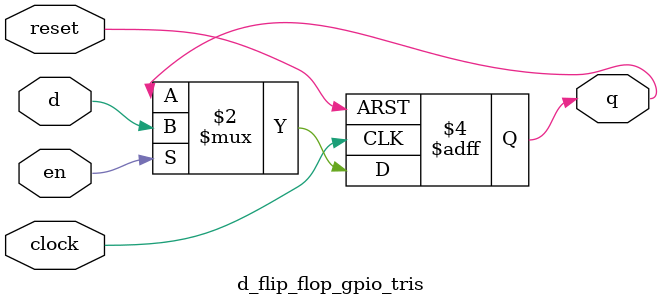
<source format=v>
module d_flip_flop_gpio_tris(
	input clock,
	input d,
	input en,
	input reset,
	output reg q
	
);
	always@(posedge clock or posedge reset) begin
		if(reset) begin
			q <= 1'b1;
		end
		else if (en) begin
			q <= d;
		end
	end
	
endmodule
</source>
